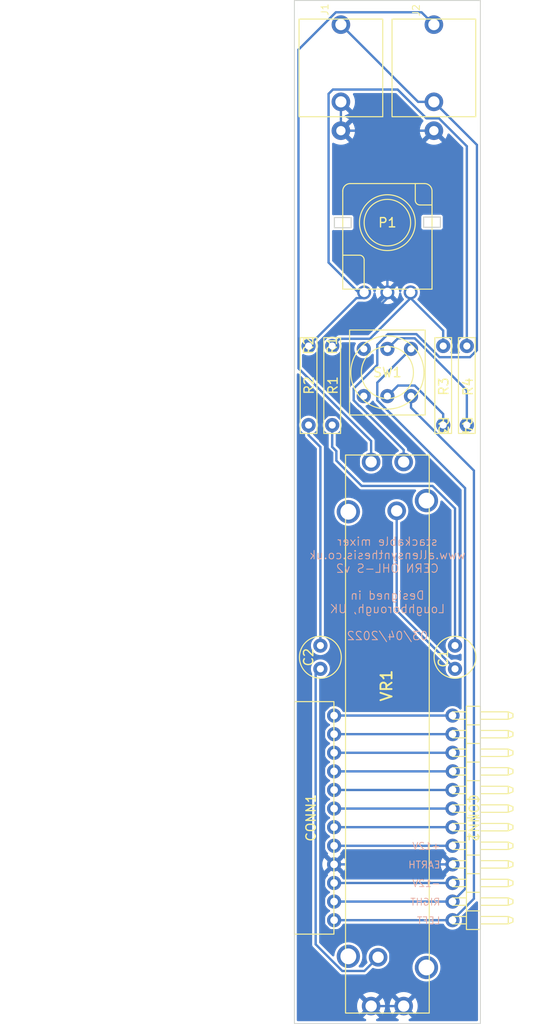
<source format=kicad_pcb>
(kicad_pcb (version 20211014) (generator pcbnew)
  (title_block (title "Stackable Mixer") (date "2022-03-05") (company "Allen Synthesis"))
  (layers (0 "F.Cu" signal) (31 "B.Cu" signal) (34 "B.Paste" user) (35 "F.Paste" user) (36 "B.SilkS" user "B.Silkscreen") (37 "F.SilkS" user "F.Silkscreen") (38 "B.Mask" user) (39 "F.Mask" user) (44 "Edge.Cuts" user))
  (net 0 "")
  (net 1 "Earth")
  (net 2 "Net-(J2-Pad3)")
  (net 3 "Net-(C1-Pad2)")
  (net 4 "Net-(C2-Pad2)")
  (net 5 "Net-(C1-Pad1)")
  (net 6 "Net-(C2-Pad1)")
  (net 7 "Net-(J1-Pad3)")
  (net 8 "Net-(P1-Pad1)")
  (net 9 "Net-(P1-Pad3)")
  (net 10 "/-12V")
  (net 11 "/+12V")
  (net 14 "/LEFT BUS")
  (net 15 "/RIGHT BUS")
  (net 16 "/LEFT SIGNAL")
  (net 17 "/RIGHT SIGNAL")
  (net 18 "Net-(CONN1-Pad6)")
  (net 19 "Net-(CONN1-Pad7)")
  (net 20 "Net-(CONN1-Pad8)")
  (net 21 "Net-(CONN1-Pad9)")
  (net 22 "Net-(CONN1-Pad10)")
  (net 23 "Net-(CONN1-Pad11)")
  (net 24 "Net-(CONN1-Pad12)")
  (footprint "Eurorack:Potentiometer 9mm Vertical Linear" (layer "F.Cu") (at 10 31.387)
    (fp_text reference "P1" (at 0 -7.5 unlocked) (layer "F.SilkS"))
    (fp_text value "Potentiometer_9mm_Vertical_Linear")
    (fp_line (start 4.8 -0.35) (end -4.8 -0.35) (layer "F.SilkS") (width 0.12))
    (fp_line (start 4 -11.7) (end -4 -11.7) (layer "F.SilkS") (width 0.12))
    (fp_line (start 3.5 -9.4) (end 4.8 -9.4) (layer "F.SilkS") (width 0.12))
    (fp_line (start -3 -4) (end -4.8 -4) (layer "F.SilkS") (width 0.12))
    (fp_line (start -4.8 -0.35) (end -4.8 -10.9) (layer "F.SilkS") (width 0.12))
    (fp_line (start -2.5 -0.3) (end -2.5 -3.5) (layer "F.SilkS") (width 0.12))
    (fp_line (start 4.8 -10.9) (end 4.8 -0.35) (layer "F.SilkS") (width 0.12))
    (fp_line (start 3 -11.7) (end 3 -9.9) (layer "F.SilkS") (width 0.12))
    (fp_arc (start 4 -11.7) (mid 4.565685 -11.465685) (end 4.8 -10.9) (layer "F.SilkS") (width 0.12))
    (fp_arc (start 3.5 -9.4) (mid 3.146447 -9.546447) (end 3 -9.9) (layer "F.SilkS") (width 0.12))
    (fp_arc (start -3 -4) (mid -2.646447 -3.853553) (end -2.5 -3.5) (layer "F.SilkS") (width 0.12))
    (fp_arc (start -4.8 -10.9) (mid -4.565685 -11.465685) (end -4 -11.7) (layer "F.SilkS") (width 0.12))
    (fp_circle (center 0 -7.5) (end 3 -7.5) (layer "F.SilkS") (width 0.12) (fill none))
    (fp_circle (center 0 -7.5) (end 2.5 -7.5) (layer "F.SilkS") (width 0.12) (fill none))
    (fp_rect (start -5.7 -6.95) (end -3.9 -8.05) (layer "Edge.Cuts") (width 0.12) (fill none))
    (fp_rect (start 3.9 -7) (end 5.7 -8.1) (layer "Edge.Cuts") (width 0.12) (fill none))
    (pad "1" thru_hole circle (at -2.5 0) (size 1.5 1.5) (drill 1) (layers *.Cu *.Mask) (net 8 "Net-(P1-Pad1)"))
    (pad "2" thru_hole circle (at 0 0) (size 1.5 1.5) (drill 1) (layers *.Cu *.Mask) (net 1 "Earth"))
    (pad "3" thru_hole circle (at 2.5 0) (size 1.5 1.5) (drill 1) (layers *.Cu *.Mask) (net 9 "Net-(P1-Pad3)"))
  )
  (footprint "Eurorack:Header 01x12 2.0mm Right Angle Female" (layer "F.Cu") (at 0 87.884 90)
    (fp_text reference "CONN1" (at 0 1.778 90 unlocked) (layer "F.SilkS"))
    (fp_text value "Header_2.0mm_Right_Angle_Female")
    (fp_rect (start -12.5 0) (end 12.5 4.25) (layer "F.SilkS") (width 0.12) (fill none))
    (pad "1" thru_hole circle (at -11 4.27 90) (size 1.524 1.524) (drill 0.82) (layers *.Cu *.Mask) (net 14 "/LEFT BUS"))
    (pad "2" thru_hole circle (at -9 4.27 90) (size 1.524 1.524) (drill 0.82) (layers *.Cu *.Mask) (net 15 "/RIGHT BUS"))
    (pad "3" thru_hole circle (at -7 4.27 90) (size 1.524 1.524) (drill 0.82) (layers *.Cu *.Mask) (net 10 "/-12V"))
    (pad "4" thru_hole circle (at -5 4.27 90) (size 1.524 1.524) (drill 0.82) (layers *.Cu *.Mask) (net 1 "Earth"))
    (pad "5" thru_hole circle (at -3 4.27 90) (size 1.524 1.524) (drill 0.82) (layers *.Cu *.Mask) (net 11 "/+12V"))
    (pad "6" thru_hole circle (at -1 4.27 90) (size 1.524 1.524) (drill 0.82) (layers *.Cu *.Mask) (net 18 "Net-(CONN1-Pad6)"))
    (pad "7" thru_hole circle (at 1 4.27 90) (size 1.524 1.524) (drill 0.82) (layers *.Cu *.Mask) (net 19 "Net-(CONN1-Pad7)"))
    (pad "8" thru_hole circle (at 3 4.27 90) (size 1.524 1.524) (drill 0.82) (layers *.Cu *.Mask) (net 20 "Net-(CONN1-Pad8)"))
    (pad "9" thru_hole circle (at 5 4.27 90) (size 1.524 1.524) (drill 0.82) (layers *.Cu *.Mask) (net 21 "Net-(CONN1-Pad9)"))
    (pad "10" thru_hole circle (at 7 4.27 90) (size 1.524 1.524) (drill 0.82) (layers *.Cu *.Mask) (net 22 "Net-(CONN1-Pad10)"))
    (pad "11" thru_hole circle (at 9 4.27 90) (size 1.524 1.524) (drill 0.82) (layers *.Cu *.Mask) (net 23 "Net-(CONN1-Pad11)"))
    (pad "12" thru_hole circle (at 11 4.27 90) (size 1.524 1.524) (drill 0.82) (layers *.Cu *.Mask) (net 24 "Net-(CONN1-Pad12)"))
  )
  (footprint "Eurorack:Resistor 0.25W Through-Hole" (layer "F.Cu") (at 16.002 41.402 -90)
    (fp_text reference "R3" (at 4.3 0 -90 unlocked) (layer "F.SilkS"))
    (fp_text value "4.7k")
    (fp_text user "${REFERENCE} " (at -0.275 -0.05 90 unlocked) (layer "F.SilkS"))
    (fp_rect (start -5.15 -0.9) (end 5.15 0.9) (layer "F.SilkS") (width 0.12) (fill none))
    (pad "1" thru_hole circle (at -4.25 0 270) (size 1.524 1.524) (drill 0.762) (layers *.Cu *.Mask) (net 9 "Net-(P1-Pad3)"))
    (pad "2" thru_hole circle (at 4.25 0 270) (size 1.524 1.524) (drill 0.762) (layers *.Cu *.Mask) (net 16 "/LEFT SIGNAL"))
  )
  (footprint "Eurorack:Sub-Miniature Toggle Switch DPDT" (layer "F.Cu") (at 10 40 90)
    (fp_text reference "SW1" (at 0 0 unlocked) (layer "F.SilkS"))
    (fp_text value "SW_DPDT_x2")
    (fp_rect (start -4.57 -4.065) (end 4.57 4.065) (layer "F.SilkS") (width 0.12) (fill none))
    (fp_circle (center 0 0) (end 3.935 0) (layer "F.SilkS") (width 0.12) (fill none))
    (fp_circle (center 0 0) (end 0 -2.8) (layer "F.SilkS") (width 0.12) (fill none))
    (pad "1" thru_hole circle (at -2.54 2.54 90) (size 1.524 1.524) (drill 0.762) (layers *.Cu *.Mask) (net 14 "/LEFT BUS"))
    (pad "2" thru_hole circle (at -2.54 0 90) (size 1.524 1.524) (drill 0.762) (layers *.Cu *.Mask) (net 16 "/LEFT SIGNAL"))
    (pad "3" thru_hole circle (at -2.54 -2.54 90) (size 1.524 1.524) (drill 0.762) (layers *.Cu *.Mask))
    (pad "4" thru_hole circle (at 2.54 2.54 90) (size 1.524 1.524) (drill 0.762) (layers *.Cu *.Mask) (net 15 "/RIGHT BUS"))
    (pad "5" thru_hole circle (at 2.54 0 90) (size 1.524 1.524) (drill 0.762) (layers *.Cu *.Mask) (net 17 "/RIGHT SIGNAL"))
    (pad "6" thru_hole circle (at 2.54 -2.54 90) (size 1.524 1.524) (drill 0.762) (layers *.Cu *.Mask))
  )
  (footprint "Eurorack:Thonkiconn Mono Jack" (layer "F.Cu") (at 5 8 90)
    (fp_text reference "J1" (at 7.025 -1.725 90 unlocked) (layer "F.SilkS") (effects (font (size 0.75 0.75) (thickness 0.1))))
    (fp_text value "L/Mono")
    (fp_rect (start -4.5 4.5) (end 6 -4.5) (layer "F.SilkS") (width 0.12) (fill none))
    (pad "1" thru_hole circle (at -6 0 90) (size 2 2) (drill 1) (layers *.Cu *.Mask) (net 1 "Earth"))
    (pad "2" thru_hole circle (at -2.9 0 90) (size 2 2) (drill 1.2) (layers *.Cu *.Mask) (net 1 "Earth"))
    (pad "3" thru_hole circle (at 5.4 0 90) (size 2 2) (drill 1.2) (layers *.Cu *.Mask) (net 7 "Net-(J1-Pad3)"))
  )
  (footprint "Eurorack:Resistor 0.25W Through-Hole" (layer "F.Cu") (at 1.524 41.402 90)
    (fp_text reference "R2" (at 4.3 0 90 unlocked) (layer "F.SilkS"))
    (fp_text value "100k")
    (fp_text user "${REFERENCE} " (at 0.4 0.05 90 unlocked) (layer "F.SilkS"))
    (fp_rect (start -5.15 -0.9) (end 5.15 0.9) (layer "F.SilkS") (width 0.12) (fill none))
    (pad "1" thru_hole circle (at -4.25 0 90) (size 1.524 1.524) (drill 0.762) (layers *.Cu *.Mask) (net 4 "Net-(C2-Pad2)"))
    (pad "2" thru_hole circle (at 4.25 0 90) (size 1.524 1.524) (drill 0.762) (layers *.Cu *.Mask) (net 8 "Net-(P1-Pad1)"))
  )
  (footprint "Eurorack:Capacitor Small Non-Polarised" (layer "F.Cu") (at 17.272 71.862 90)
    (fp_text reference "C1" (at 1.118 -1.264 90 unlocked) (layer "F.SilkS"))
    (fp_text value "100nF")
    (fp_circle (center 1.25 0) (end 3.5 0) (layer "F.SilkS") (width 0.12) (fill none))
    (pad "1" thru_hole circle (at 0 0 90) (size 1.524 1.524) (drill 0.762) (layers *.Cu *.Mask) (net 5 "Net-(C1-Pad1)"))
    (pad "2" thru_hole circle (at 2.5 0 90) (size 1.524 1.524) (drill 0.762) (layers *.Cu *.Mask) (net 3 "Net-(C1-Pad2)"))
  )
  (footprint "Eurorack:Resistor 0.25W Through-Hole" (layer "F.Cu") (at 18.542 41.402 -90)
    (fp_text reference "R4" (at 4.3 0 -90 unlocked) (layer "F.SilkS"))
    (fp_text value "4.7k")
    (fp_text user "${REFERENCE} " (at -0.25 -0.125 90 unlocked) (layer "F.SilkS"))
    (fp_rect (start -5.15 -0.9) (end 5.15 0.9) (layer "F.SilkS") (width 0.12) (fill none))
    (pad "1" thru_hole circle (at -4.25 0 270) (size 1.524 1.524) (drill 0.762) (layers *.Cu *.Mask) (net 8 "Net-(P1-Pad1)"))
    (pad "2" thru_hole circle (at 4.25 0 270) (size 1.524 1.524) (drill 0.762) (layers *.Cu *.Mask) (net 17 "/RIGHT SIGNAL"))
  )
  (footprint "Eurorack:Resistor 0.25W Through-Hole" (layer "F.Cu") (at 4.064 41.402 90)
    (fp_text reference "R1" (at 4.3 0 90 unlocked) (layer "F.SilkS"))
    (fp_text value "100k")
    (fp_text user "${REFERENCE} " (at 0.4 0.075 90 unlocked) (layer "F.SilkS"))
    (fp_rect (start -5.15 -0.9) (end 5.15 0.9) (layer "F.SilkS") (width 0.12) (fill none))
    (pad "1" thru_hole circle (at -4.25 0 90) (size 1.524 1.524) (drill 0.762) (layers *.Cu *.Mask) (net 3 "Net-(C1-Pad2)"))
    (pad "2" thru_hole circle (at 4.25 0 90) (size 1.524 1.524) (drill 0.762) (layers *.Cu *.Mask) (net 9 "Net-(P1-Pad3)"))
  )
  (footprint "Eurorack:Thonkiconn Mono Jack" (layer "F.Cu") (at 15 8 90)
    (fp_text reference "J2" (at 6.95 -1.9 90 unlocked) (layer "F.SilkS") (effects (font (size 0.75 0.75) (thickness 0.1))))
    (fp_text value "R")
    (fp_rect (start -4.5 4.5) (end 6 -4.5) (layer "F.SilkS") (width 0.12) (fill none))
    (pad "1" thru_hole circle (at -6 0 90) (size 2 2) (drill 1) (layers *.Cu *.Mask) (net 1 "Earth"))
    (pad "2" thru_hole circle (at -2.9 0 90) (size 2 2) (drill 1.2) (layers *.Cu *.Mask) (net 7 "Net-(J1-Pad3)"))
    (pad "3" thru_hole circle (at 5.4 0 90) (size 2 2) (drill 1.2) (layers *.Cu *.Mask) (net 2 "Net-(J2-Pad3)"))
  )
  (footprint "Eurorack:Potentiometer 45mm Slide Audio" (layer "F.Cu") (at 10 78.87 90)
    (fp_text reference "VR1" (at 5.21 -0.094 90 unlocked) (layer "F.SilkS") (effects (font (size 1.2 1.2) (thickness 0.2))))
    (fp_text value "Potentiometer_45mm_Slide_Audio_Dual")
    (fp_rect (start -30 4.5) (end 30 -4.5) (layer "F.SilkS") (width 0.12) (fill none))
    (pad "1" thru_hole circle (at -29.25 -1.75 90) (size 2 2) (drill 1.22) (layers *.Cu *.Mask) (net 1 "Earth"))
    (pad "2" thru_hole circle (at -24 -1 90) (size 2 2) (drill 1.22) (layers *.Cu *.Mask) (net 6 "Net-(C2-Pad1)"))
    (pad "3" thru_hole circle (at 29.25 -1.75 90) (size 2 2) (drill 1.22) (layers *.Cu *.Mask) (net 2 "Net-(J2-Pad3)"))
    (pad "4" thru_hole circle (at -29.25 1.75 90) (size 2 2) (drill 1.22) (layers *.Cu *.Mask) (net 1 "Earth"))
    (pad "5" thru_hole circle (at 24 1 90) (size 2 2) (drill 1.22) (layers *.Cu *.Mask) (net 5 "Net-(C1-Pad1)"))
    (pad "6" thru_hole circle (at 29.25 1.75 90) (size 2 2) (drill 1.22) (layers *.Cu *.Mask) (net 7 "Net-(J1-Pad3)"))
    (pad "7" thru_hole circle (at 25.1 4.2 90) (size 2.5 2.5) (drill 1.7) (layers *.Cu *.Mask))
    (pad "7" thru_hole circle (at -25.1 4.2 90) (size 2.5 2.5) (drill 1.7) (layers *.Cu *.Mask))
    (pad "7" thru_hole circle (at 23.9 -4.2 90) (size 2.5 2.5) (drill 1.7) (layers *.Cu *.Mask))
    (pad "7" thru_hole circle (at -23.9 -4.2 90) (size 2.5 2.5) (drill 1.7) (layers *.Cu *.Mask))
  )
  (footprint "Eurorack:Header 01x12 2.0mm Right Angle Male" (layer "F.Cu") (at 20 87.884 -90)
    (fp_text reference "CONN2" (at 0 0.75 -90 unlocked) (layer "F.SilkS"))
    (fp_text value "Header_2.0mm_Right_Angle_Male")
    (fp_line (start -6 0) (end -6 1.5) (layer "F.SilkS") (width 0.12))
    (fp_line (start 10 0) (end 10 1.5) (layer "F.SilkS") (width 0.12))
    (fp_line (start -8 0) (end -8 1.5) (layer "F.SilkS") (width 0.12))
    (fp_line (start -4 0) (end -4 1.5) (layer "F.SilkS") (width 0.12))
    (fp_line (start 8 0) (end 8 1.5) (layer "F.SilkS") (width 0.12))
    (fp_line (start -10 0) (end -10 1.5) (layer "F.SilkS") (width 0.12))
    (fp_line (start 6 0) (end 6 1.5) (layer "F.SilkS") (width 0.12))
    (fp_line (start 0 0) (end 0 1.5) (layer "F.SilkS") (width 0.12))
    (fp_line (start 2 0) (end 2 1.5) (layer "F.SilkS") (width 0.12))
    (fp_line (start 4 0) (end 4 1.5) (layer "F.SilkS") (width 0.12))
    (fp_line (start -2 0) (end -2 1.5) (layer "F.SilkS") (width 0.12))
    (fp_rect (start 8.6 0) (end 9.4 -3) (layer "F.SilkS") (width 0.12) (fill none))
    (fp_rect (start -3.4 3) (end -2.6 1.5) (layer "F.SilkS") (width 0.12) (fill none))
    (fp_rect (start -1.4 0) (end -0.6 -3) (layer "F.SilkS") (width 0.12) (fill none))
    (fp_rect (start 2.6 0) (end 3.4 -3) (layer "F.SilkS") (width 0.12) (fill none))
    (fp_rect (start 2.6 3) (end 3.4 1.5) (layer "F.SilkS") (width 0.12) (fill none))
    (fp_rect (start 0.6 0) (end 1.4 -3) (layer "F.SilkS") (width 0.12) (fill none))
    (fp_rect (start -3.4 0) (end -2.6 -3) (layer "F.SilkS") (width 0.12) (fill none))
    (fp_rect (start -5.4 0) (end -4.6 -3) (layer "F.SilkS") (width 0.12) (fill none))
    (fp_rect (start -1.4 3) (end -0.6 1.5) (layer "F.SilkS") (width 0.12) (fill none))
    (fp_rect (start -9.4 0) (end -8.6 -3) (layer "F.SilkS") (width 0.12) (fill none))
    (fp_rect (start 0.6 3) (end 1.4 1.5) (layer "F.SilkS") (width 0.12) (fill none))
    (fp_rect (start 6.6 3) (end 7.4 1.5) (layer "F.SilkS") (width 0.12) (fill none))
    (fp_rect (start -11.4 3) (end -10.6 1.5) (layer "F.SilkS") (width 0.12) (fill none))
    (fp_rect (start 4.6 3) (end 5.4 1.5) (layer "F.SilkS") (width 0.12) (fill none))
    (fp_rect (start 6.6 0) (end 7.4 -3) (layer "F.SilkS") (width 0.12) (fill none))
    (fp_rect (start 4.6 0) (end 5.4 -3) (layer "F.SilkS") (width 0.12) (fill none))
    (fp_rect (start 8.6 3) (end 9.4 1.5) (layer "F.SilkS") (width 0.12) (fill none))
    (fp_rect (start -7.4 0) (end -6.6 -3) (layer "F.SilkS") (width 0.12) (fill none))
    (fp_rect (start -7.4 3) (end -6.6 1.5) (layer "F.SilkS") (width 0.12) (fill none))
    (fp_rect (start -5.4 3) (end -4.6 1.5) (layer "F.SilkS") (width 0.12) (fill none))
    (fp_rect (start 10.6 3) (end 11.4 1.5) (layer "F.SilkS") (width 0.12) (fill none))
    (fp_rect (start 10.6 0) (end 11.4 -3) (layer "F.SilkS") (width 0.12) (fill none))
    (fp_rect (start -11.4 0) (end -10.6 -3) (layer "F.SilkS") (width 0.12) (fill none))
    (fp_rect (start -9.4 3) (end -8.6 1.5) (layer "F.SilkS") (width 0.12) (fill none))
    (fp_rect (start -12 1.5) (end 12 0) (layer "F.SilkS") (width 0.12) (fill none))
    (fp_poly (pts (xy -8.6 -3) (xy -9.4 -3) (xy -9.2 -3.5) (xy -8.8 -3.5)) (layer "F.SilkS") (width 0.12) (fill none))
    (fp_poly (pts (xy -6.6 -3) (xy -7.4 -3) (xy -7.2 -3.5) (xy -6.8 -3.5)) (layer "F.SilkS") (width 0.12) (fill none))
    (fp_poly (pts (xy -4.6 -3) (xy -5.4 -3) (xy -5.2 -3.5) (xy -4.8 -3.5)) (layer "F.SilkS") (width 0.12) (fill none))
    (fp_poly (pts (xy 5.4 -3) (xy 4.6 -3) (xy 4.8 -3.5) (xy 5.2 -3.5)) (layer "F.SilkS") (width 0.12) (fill none))
    (fp_poly (pts (xy 9.4 -3) (xy 8.6 -3) (xy 8.8 -3.5) (xy 9.2 -3.5)) (layer "F.SilkS") (width 0.12) (fill none))
    (fp_poly (pts (xy -0.6 -3) (xy -1.4 -3) (xy -1.2 -3.5) (xy -0.8 -3.5)) (layer "F.SilkS") (width 0.12) (fill none))
    (fp_poly (pts (xy 3.4 -3) (xy 2.6 -3) (xy 2.8 -3.5) (xy 3.2 -3.5)) (layer "F.SilkS") (width 0.12) (fill none))
    (fp_poly (pts (xy -2.6 -3) (xy -3.4 -3) (xy -3.2 -3.5) (xy -2.8 -3.5)) (layer "F.SilkS") (width 0.12) (fill none))
    (fp_poly (pts (xy -10.6 -3) (xy -11.4 -3) (xy -11.2 -3.5) (xy -10.8 -3.5)) (layer "F.SilkS") (width 0.12) (fill none))
    (fp_poly (pts (xy 11.4 -3) (xy 10.6 -3) (xy 10.8 -3.5) (xy 11.2 -3.5)) (layer "F.SilkS") (width 0.12) (fill none))
    (fp_poly (pts (xy 1.4 -3) (xy 0.6 -3) (xy 0.8 -3.5) (xy 1.2 -3.5)) (layer "F.SilkS") (width 0.12) (fill none))
    (fp_poly (pts (xy 7.4 -3) (xy 6.6 -3) (xy 6.8 -3.5) (xy 7.2 -3.5)) (layer "F.SilkS") (width 0.12) (fill none))
    (pad "1" thru_hole circle (at -11 3 270) (size 1.524 1.524) (drill 0.82) (layers *.Cu *.Mask) (net 24 "Net-(CONN1-Pad12)"))
    (pad "2" thru_hole circle (at -9 3 270) (size 1.524 1.524) (drill 0.82) (layers *.Cu *.Mask) (net 23 "Net-(CONN1-Pad11)"))
    (pad "3" thru_hole circle (at -7 3 270) (size 1.524 1.524) (drill 0.82) (layers *.Cu *.Mask) (net 22 "Net-(CONN1-Pad10)"))
    (pad "4" thru_hole circle (at -5 2.973091 270) (size 1.524 1.524) (drill 0.82) (layers *.Cu *.Mask) (net 21 "Net-(CONN1-Pad9)"))
    (pad "5" thru_hole circle (at -3 3 270) (size 1.524 1.524) (drill 0.82) (layers *.Cu *.Mask) (net 20 "Net-(CONN1-Pad8)"))
    (pad "6" thru_hole circle (at -1 3 270) (size 1.524 1.524) (drill 0.82) (layers *.Cu *.Mask) (net 19 "Net-(CONN1-Pad7)"))
    (pad "7" thru_hole circle (at 1 3 270) (size 1.524 1.524) (drill 0.82) (layers *.Cu *.Mask) (net 18 "Net-(CONN1-Pad6)"))
    (pad "8" thru_hole circle (at 3 3 270) (size 1.524 1.524) (drill 0.82) (layers *.Cu *.Mask) (net 11 "/+12V"))
    (pad "9" thru_hole circle (at 5 3 270) (size 1.524 1.524) (drill 0.82) (layers *.Cu *.Mask) (net 1 "Earth"))
    (pad "10" thru_hole circle (at 7 3 270) (size 1.524 1.524) (drill 0.82) (layers *.Cu *.Mask) (net 10 "/-12V"))
    (pad "11" thru_hole circle (at 9 3 270) (size 1.524 1.524) (drill 0.82) (layers *.Cu *.Mask) (net 15 "/RIGHT BUS"))
    (pad "12" thru_hole circle (at 11 3 270) (size 1.524 1.524) (drill 0.82) (layers *.Cu *.Mask) (net 14 "/LEFT BUS"))
  )
  (footprint "Eurorack:Capacitor Small Non-Polarised" (layer "F.Cu") (at 2.794 71.862 90)
    (fp_text reference "C2" (at 1.25 -1.27 90 unlocked) (layer "F.SilkS"))
    (fp_text value "100nF")
    (fp_circle (center 1.25 0) (end 3.5 0) (layer "F.SilkS") (width 0.12) (fill none))
    (pad "1" thru_hole circle (at 0 0 90) (size 1.524 1.524) (drill 0.762) (layers *.Cu *.Mask) (net 6 "Net-(C2-Pad1)"))
    (pad "2" thru_hole circle (at 2.5 0 90) (size 1.524 1.524) (drill 0.762) (layers *.Cu *.Mask) (net 4 "Net-(C2-Pad2)"))
  )
  (gr_rect (start 0 0) (end 20 110) (layer "Edge.Cuts") (width 0.1) (fill none))
  (gr_text "LEFT\n" (at 15.748 98.932) (layer "B.SilkS") (effects (font (size 0.75 0.75) (thickness 0.1)) (justify left mirror)))
  (gr_text "stackable mixer\nwww.allensynthesis.co.uk\nCERN OHL-S v2\n\nDesigned in\nLoughborough, UK\n\n03/04/2022" (at 10 63.246) (layer "B.SilkS") (effects (font (size 0.9 0.9) (thickness 0.1)) (justify mirror)))
  (gr_text "EARTH" (at 15.748 92.932) (layer "B.SilkS") (effects (font (size 0.75 0.75) (thickness 0.1)) (justify left mirror)))
  (gr_text "RIGHT" (at 15.748 96.932) (layer "B.SilkS") (effects (font (size 0.75 0.75) (thickness 0.1)) (justify left mirror)))
  (gr_text "-12V" (at 15.748 94.932) (layer "B.SilkS") (effects (font (size 0.75 0.75) (thickness 0.1)) (justify left mirror)))
  (gr_text "+12V" (at 15.748 90.932) (layer "B.SilkS") (effects (font (size 0.75 0.75) (thickness 0.1)) (justify left mirror)))
  (segment (start 4.514049 44.565489) (end 6.925489 46.976929) (width 0.25) (layer "B.Cu") (net 1))
  (segment (start 6.925489 46.976929) (end 6.925489 50.168632) (width 0.25) (layer "B.Cu") (net 1))
  (segment (start 3.183489 76.433951) (end 4.064 75.55344) (width 0.25) (layer "B.Cu") (net 1))
  (segment (start 8.022511 99.970511) (end 3.819951 99.970511) (width 0.25) (layer "B.Cu") (net 1))
  (segment (start 10 19) (end 5 14) (width 0.25) (layer "B.Cu") (net 1))
  (segment (start 3.183489 93.970511) (end 4.27 92.884) (width 0.25) (layer "B.Cu") (net 1))
  (segment (start 10.324511 102.272511) (end 8.022511 99.970511) (width 0.25) (layer "B.Cu") (net 1))
  (segment (start 6.40544 33.274) (end 8.726 33.274) (width 0.25) (layer "B.Cu") (net 1))
  (segment (start 2.794 45.38544) (end 3.613951 44.565489) (width 0.25) (layer "B.Cu") (net 1))
  (segment (start 3.183489 91.797489) (end 3.183489 76.433951) (width 0.25) (layer "B.Cu") (net 1))
  (segment (start 10 32) (end 10 19) (width 0.25) (layer "B.Cu") (net 1))
  (segment (start 10.324511 106.045489) (end 10.324511 102.272511) (width 0.25) (layer "B.Cu") (net 1))
  (segment (start 3.183489 99.334049) (end 3.183489 93.970511) (width 0.25) (layer "B.Cu") (net 1))
  (segment (start 9.574511 46.912511) (end 2.977489 40.315489) (width 0.25) (layer "B.Cu") (net 1))
  (segment (start 7.810857 51.054) (end 9.398 51.054) (width 0.25) (layer "B.Cu") (net 1))
  (segment (start 4.064 48.640282) (end 2.794 47.370282) (width 0.25) (layer "B.Cu") (net 1))
  (segment (start 2.794 47.370282) (end 2.794 45.38544) (width 0.25) (layer "B.Cu") (net 1))
  (segment (start 2.977489 40.315489) (end 2.977489 36.701951) (width 0.25) (layer "B.Cu") (net 1))
  (segment (start 6.925489 50.168632) (end 7.810857 51.054) (width 0.25) (layer "B.Cu") (net 1))
  (segment (start 8.726 33.274) (end 10 32) (width 0.25) (layer "B.Cu") (net 1))
  (segment (start 9.574511 50.877489) (end 9.574511 46.912511) (width 0.25) (layer "B.Cu") (net 1))
  (segment (start 4.064 75.55344) (end 4.064 48.640282) (width 0.25) (layer "B.Cu") (net 1))
  (segment (start 9.398 51.054) (end 9.574511 50.877489) (width 0.25) (layer "B.Cu") (net 1))
  (segment (start 4.27 92.884) (end 3.183489 91.797489) (width 0.25) (layer "B.Cu") (net 1))
  (segment (start 2.977489 36.701951) (end 6.40544 33.274) (width 0.25) (layer "B.Cu") (net 1))
  (segment (start 15 14) (end 5 14) (width 0.25) (layer "B.Cu") (net 1))
  (segment (start 3.613951 44.565489) (end 4.514049 44.565489) (width 0.25) (layer "B.Cu") (net 1))
  (segment (start 3.819951 99.970511) (end 3.183489 99.334049) (width 0.25) (layer "B.Cu") (net 1))
  (segment (start 8.25 108.12) (end 11.75 108.12) (width 0.25) (layer "B.Cu") (net 1))
  (segment (start 5 14) (end 5 10.9) (width 0.25) (layer "B.Cu") (net 1))
  (segment (start 17 92.884) (end 4.27 92.884) (width 0.25) (layer "B.Cu") (net 1))
  (segment (start 8.25 108.12) (end 10.324511 106.045489) (width 0.25) (layer "B.Cu") (net 1))
  (segment (start 4.456857 1.27) (end 13.67 1.27) (width 0.25) (layer "B.Cu") (net 2))
  (segment (start 13.67 1.27) (end 15 2.6) (width 0.25) (layer "B.Cu") (net 2))
  (segment (start 0.437489 5.289368) (end 4.456857 1.27) (width 0.25) (layer "B.Cu") (net 2))
  (segment (start 8.25 47.366) (end 0.437489 39.553489) (width 0.25) (layer "B.Cu") (net 2))
  (segment (start 0.437489 39.553489) (end 0.437489 5.289368) (width 0.25) (layer "B.Cu") (net 2))
  (segment (start 8.25 49.62) (end 8.25 47.366) (width 0.25) (layer "B.Cu") (net 2))
  (segment (start 7.237489 52.195489) (end 14.852185 52.195489) (width 0.25) (layer "B.Cu") (net 3))
  (segment (start 17.272 54.615304) (end 17.272 69.362) (width 0.25) (layer "B.Cu") (net 3))
  (segment (start 4.51352 49.47152) (end 7.237489 52.195489) (width 0.25) (layer "B.Cu") (net 3))
  (segment (start 4.51352 48.454085) (end 4.51352 49.47152) (width 0.25) (layer "B.Cu") (net 3))
  (segment (start 4.064 48.004564) (end 4.51352 48.454085) (width 0.25) (layer "B.Cu") (net 3))
  (segment (start 4.064 45.652) (end 4.064 48.004564) (width 0.25) (layer "B.Cu") (net 3))
  (segment (start 14.852185 52.195489) (end 17.272 54.615304) (width 0.25) (layer "B.Cu") (net 3))
  (segment (start 2.794 69.362) (end 2.794 48.006) (width 0.25) (layer "B.Cu") (net 4))
  (segment (start 2.794 48.006) (end 1.524 46.736) (width 0.25) (layer "B.Cu") (net 4))
  (segment (start 1.524 46.736) (end 1.524 45.652) (width 0.25) (layer "B.Cu") (net 4))
  (segment (start 11 54.87) (end 11 65.59) (width 0.25) (layer "B.Cu") (net 5))
  (segment (start 11 65.59) (end 17.272 71.862) (width 0.25) (layer "B.Cu") (net 5))
  (segment (start 2.286 72.37) (end 2.286 101.482696) (width 0.25) (layer "B.Cu") (net 6))
  (segment (start 2.794 71.862) (end 2.286 72.37) (width 0.25) (layer "B.Cu") (net 6))
  (segment (start 5.147815 104.344511) (end 7.525489 104.344511) (width 0.25) (layer "B.Cu") (net 6))
  (segment (start 7.525489 104.344511) (end 9 102.87) (width 0.25) (layer "B.Cu") (net 6))
  (segment (start 2.286 101.482696) (end 5.147815 104.344511) (width 0.25) (layer "B.Cu") (net 6))
  (segment (start 13.3 10.9) (end 5 2.6) (width 0.25) (layer "B.Cu") (net 7))
  (segment (start 10.05096 35.87248) (end 13.124758 35.87248) (width 0.25) (layer "B.Cu") (net 7))
  (segment (start 6.373489 42.990049) (end 6.373489 41.722973) (width 0.25) (layer "B.Cu") (net 7))
  (segment (start 11.75 48.326) (end 7.050511 43.626511) (width 0.25) (layer "B.Cu") (net 7))
  (segment (start 6.373489 41.722973) (end 8.913489 39.182973) (width 0.25) (layer "B.Cu") (net 7))
  (segment (start 15 10.9) (end 13.3 10.9) (width 0.25) (layer "B.Cu") (net 7))
  (segment (start 15.606278 38.354) (end 18.87656 38.354) (width 0.25) (layer "B.Cu") (net 7))
  (segment (start 7.050511 43.626511) (end 7.009951 43.626511) (width 0.25) (layer "B.Cu") (net 7))
  (segment (start 13.124758 35.87248) (end 15.606278 38.354) (width 0.25) (layer "B.Cu") (net 7))
  (segment (start 18.87656 38.354) (end 19.628511 37.602049) (width 0.25) (layer "B.Cu") (net 7))
  (segment (start 7.009951 43.626511) (end 6.373489 42.990049) (width 0.25) (layer "B.Cu") (net 7))
  (segment (start 19.628511 15.528511) (end 15 10.9) (width 0.25) (layer "B.Cu") (net 7))
  (segment (start 19.628511 37.602049) (end 19.628511 15.528511) (width 0.25) (layer "B.Cu") (net 7))
  (segment (start 8.913489 37.009951) (end 10.05096 35.87248) (width 0.25) (layer "B.Cu") (net 7))
  (segment (start 8.913489 39.182973) (end 8.913489 37.009951) (width 0.25) (layer "B.Cu") (net 7))
  (segment (start 11.75 49.62) (end 11.75 48.326) (width 0.25) (layer "B.Cu") (net 7))
  (segment (start 18.542 15.668857) (end 18.542 37.152) (width 0.25) (layer "B.Cu") (net 8))
  (segment (start 15.548632 12.675489) (end 18.542 15.668857) (width 0.25) (layer "B.Cu") (net 8))
  (segment (start 7.5 32) (end 3.675489 28.175489) (width 0.25) (layer "B.Cu") (net 8))
  (segment (start 1.524 37.152) (end 6.676 32) (width 0.25) (layer "B.Cu") (net 8))
  (segment (start 6.676 32) (end 7.5 32) (width 0.25) (layer "B.Cu") (net 8))
  (segment (start 14.19949 12.675489) (end 15.548632 12.675489) (width 0.25) (layer "B.Cu") (net 8))
  (segment (start 3.675489 28.175489) (end 3.675489 10.040511) (width 0.25) (layer "B.Cu") (net 8))
  (segment (start 4.140511 9.575489) (end 11.09949 9.575489) (width 0.25) (layer "B.Cu") (net 8))
  (segment (start 11.09949 9.575489) (end 14.19949 12.675489) (width 0.25) (layer "B.Cu") (net 8))
  (segment (start 3.675489 10.040511) (end 4.140511 9.575489) (width 0.25) (layer "B.Cu") (net 8))
  (segment (start 12.5 32) (end 8.126511 36.373489) (width 0.25) (layer "B.Cu") (net 9))
  (segment (start 4.842511 36.373489) (end 4.064 37.152) (width 0.25) (layer "B.Cu") (net 9))
  (segment (start 12.5 32) (end 16.002 35.502) (width 0.25) (layer "B.Cu") (net 9))
  (segment (start 8.126511 36.373489) (end 4.842511 36.373489) (width 0.25) (layer "B.Cu") (net 9))
  (segment (start 16.002 35.502) (end 16.002 37.152) (width 0.25) (layer "B.Cu") (net 9))
  (segment (start 4.27 94.884) (end 17 94.884) (width 0.25) (layer "B.Cu") (net 10))
  (segment (start 17 90.884) (end 4.27 90.884) (width 0.25) (layer "B.Cu") (net 11))
  (segment (start 19.304 96.58) (end 19.304 50.546) (width 0.25) (layer "B.Cu") (net 14))
  (segment (start 12.54 43.782) (end 12.54 42.54) (width 0.25) (layer "B.Cu") (net 14))
  (segment (start 19.304 50.546) (end 12.54 43.782) (width 0.25) (layer "B.Cu") (net 14))
  (segment (start 4.27 98.884) (end 17 98.884) (width 0.25) (layer "B.Cu") (net 14))
  (segment (start 17 98.884) (end 19.304 96.58) (width 0.25) (layer "B.Cu") (net 14))
  (segment (start 8.913489 41.086511) (end 12.54 37.46) (width 0.25) (layer "B.Cu") (net 15))
  (segment (start 17 96.884) (end 18.358511 95.525489) (width 0.25) (layer "B.Cu") (net 15))
  (segment (start 18.358511 95.525489) (end 18.358511 52.435071) (width 0.25) (layer "B.Cu") (net 15))
  (segment (start 8.913489 42.990049) (end 8.913489 41.086511) (width 0.25) (layer "B.Cu") (net 15))
  (segment (start 17 96.884) (end 4.27 96.884) (width 0.25) (layer "B.Cu") (net 15))
  (segment (start 18.358511 52.435071) (end 8.913489 42.990049) (width 0.25) (layer "B.Cu") (net 15))
  (segment (start 16.002 44.46544) (end 12.93856 41.402) (width 0.25) (layer "B.Cu") (net 16))
  (segment (start 12.93856 41.402) (end 11.138 41.402) (width 0.25) (layer "B.Cu") (net 16))
  (segment (start 11.138 41.402) (end 10 42.54) (width 0.25) (layer "B.Cu") (net 16))
  (segment (start 16.002 45.652) (end 16.002 44.46544) (width 0.25) (layer "B.Cu") (net 16))
  (segment (start 12.93856 36.322) (end 11.138 36.322) (width 0.25) (layer "B.Cu") (net 17))
  (segment (start 18.542 41.92544) (end 12.93856 36.322) (width 0.25) (layer "B.Cu") (net 17))
  (segment (start 11.138 36.322) (end 10 37.46) (width 0.25) (layer "B.Cu") (net 17))
  (segment (start 18.542 45.652) (end 18.542 41.92544) (width 0.25) (layer "B.Cu") (net 17))
  (segment (start 4.27 88.884) (end 17 88.884) (width 0.25) (layer "B.Cu") (net 18))
  (segment (start 4.27 86.884) (end 17 86.884) (width 0.25) (layer "B.Cu") (net 19))
  (segment (start 17 84.884) (end 4.27 84.884) (width 0.25) (layer "B.Cu") (net 20))
  (segment (start 4.27 82.884) (end 17.026909 82.884) (width 0.25) (layer "B.Cu") (net 21))
  (segment (start 17 80.884) (end 4.27 80.884) (width 0.25) (layer "B.Cu") (net 22))
  (segment (start 4.27 78.884) (end 17 78.884) (width 0.25) (layer "B.Cu") (net 23))
  (segment (start 17 76.884) (end 4.27 76.884) (width 0.25) (layer "B.Cu") (net 24))
  (zone (net 1) (net_name "Earth") (layer "B.Cu") (connect_pads (clearance 0.254)) (min_thickness 0.254) (fill yes (thermal_gap 0.508) (thermal_bridge_width 0.508))
    (polygon (pts (xy 20 110) (xy 0 110) (xy 0 0) (xy 20 0)))
  )
)
</source>
